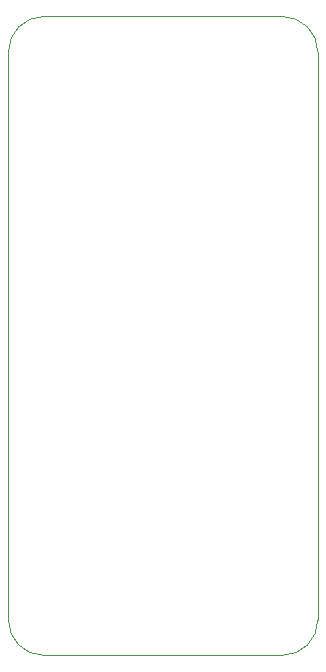
<source format=gm1>
G04 #@! TF.GenerationSoftware,KiCad,Pcbnew,7.0.9+1*
G04 #@! TF.CreationDate,2024-01-15T22:22:17-05:00*
G04 #@! TF.ProjectId,2812-32-mini,32383132-2d33-4322-9d6d-696e692e6b69,rev?*
G04 #@! TF.SameCoordinates,Original*
G04 #@! TF.FileFunction,Profile,NP*
%FSLAX46Y46*%
G04 Gerber Fmt 4.6, Leading zero omitted, Abs format (unit mm)*
G04 Created by KiCad (PCBNEW 7.0.9+1) date 2024-01-15 22:22:17*
%MOMM*%
%LPD*%
G01*
G04 APERTURE LIST*
G04 #@! TA.AperFunction,Profile*
%ADD10C,0.100000*%
G04 #@! TD*
G04 APERTURE END LIST*
D10*
X80000000Y-18000000D02*
G75*
G03*
X77000000Y-21000000I0J-3000000D01*
G01*
X77000000Y-21000000D02*
X77000001Y-69100000D01*
X100200000Y-72100000D02*
X80000001Y-72100000D01*
X103200000Y-21000000D02*
X103200000Y-69100000D01*
X103200000Y-21000000D02*
G75*
G03*
X100200000Y-18000000I-3000000J0D01*
G01*
X80000000Y-18000000D02*
X100200000Y-18000000D01*
X77000000Y-69100000D02*
G75*
G03*
X80000001Y-72100000I3000000J0D01*
G01*
X100200000Y-72100000D02*
G75*
G03*
X103200000Y-69100000I0J3000000D01*
G01*
M02*

</source>
